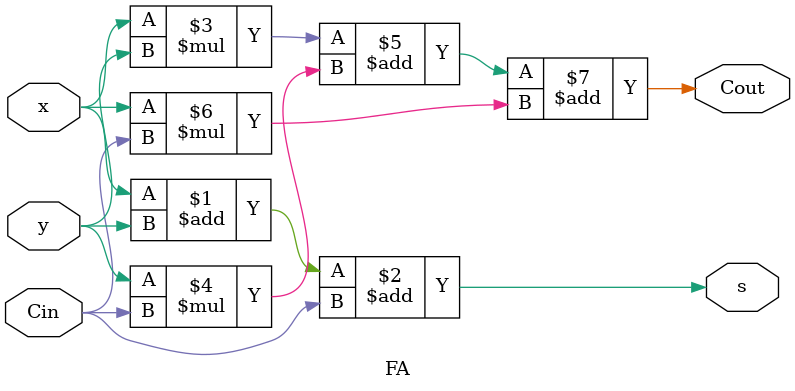
<source format=v>
module FA(Cin,x,y,s,Cout);
input Cin,x,y;
output Cout,s;
assign s = (x+y+Cin);
assign Cout = (x*y + y*Cin+x*Cin);
endmodule
	
</source>
